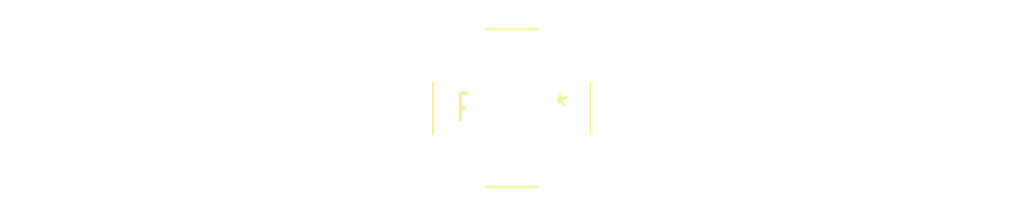
<source format=kicad_pcb>
(kicad_pcb (version 20240108) (generator pcbnew)
  (layers (0 "F.Cu" signal) (31 "B.Cu" signal) (34 "B.Paste" user) (35 "F.Paste" user) (36 "B.SilkS" user "B.Silkscreen") (37 "F.SilkS" user "F.Silkscreen") (38 "B.Mask" user) (39 "F.Mask" user) (44 "Edge.Cuts" user))
  (net 0 "")
  (footprint "Wuerth_REDCUBE-THR_WP-THRBU_74650074_THR" (layer "F.Cu") (at 0 0)
    (property "Reference" "REF**")
    (property "Value" "Wuerth_REDCUBE-THR_WP-THRBU_74650074_THR")
    (fp_line (start -3.7 1.2) (end -3.7 -1.2) (layer "F.SilkS") (stroke (width 0.12)))
    (fp_line (start -1.2 -3.7) (end 1.2 -3.7) (layer "F.SilkS") (stroke (width 0.12)))
    (fp_line (start 1.2 3.7) (end -1.2 3.7) (layer "F.SilkS") (stroke (width 0.12)))
    (fp_line (start 3.7 -1.2) (end 3.7 1.2) (layer "F.SilkS") (stroke (width 0.12)))
    (pad "" np_thru_hole circle (at 0 0) (size 4.3 4.3) (drill 4.3) (layers *.Cu *.Mask))
    (pad "1" thru_hole circle (at -2.935 -2.935) (size 3.2 3.2) (drill 1.85) (layers *.Cu *.Mask) (remove_unused_layers))
    (pad "1" thru_hole circle (at -2.935 2.935) (size 3.2 3.2) (drill 1.85) (layers *.Cu *.Mask) (remove_unused_layers))
    (pad "1" thru_hole circle (at 2.935 -2.935) (size 3.2 3.2) (drill 1.85) (layers *.Cu *.Mask) (remove_unused_layers))
    (pad "1" thru_hole circle (at 2.935 2.935) (size 3.2 3.2) (drill 1.85) (layers *.Cu *.Mask) (remove_unused_layers))
  )
)
</source>
